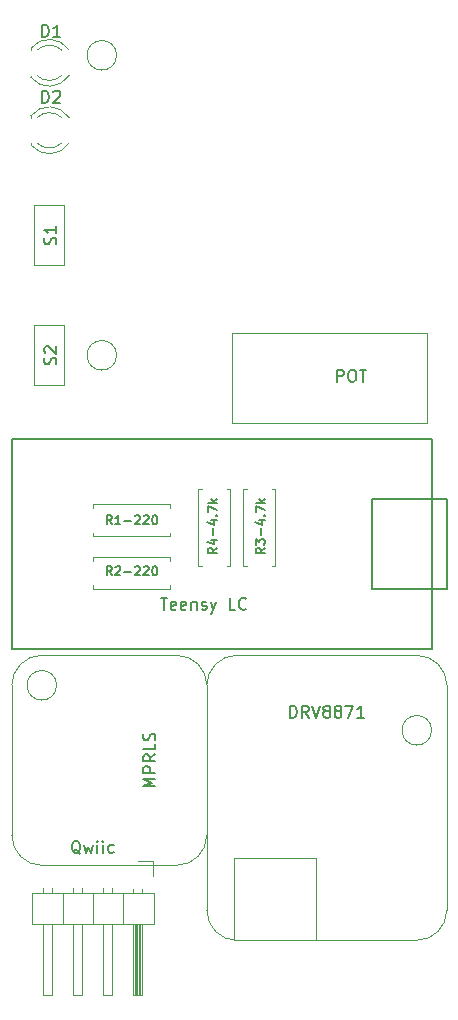
<source format=gbr>
G04 #@! TF.GenerationSoftware,KiCad,Pcbnew,(5.1.2)-2*
G04 #@! TF.CreationDate,2020-04-13T18:51:12-04:00*
G04 #@! TF.ProjectId,TeensyLC_DRV8871_MPRLS_Qwiic_v01,5465656e-7379-44c4-935f-445256383837,rev?*
G04 #@! TF.SameCoordinates,Original*
G04 #@! TF.FileFunction,Legend,Top*
G04 #@! TF.FilePolarity,Positive*
%FSLAX46Y46*%
G04 Gerber Fmt 4.6, Leading zero omitted, Abs format (unit mm)*
G04 Created by KiCad (PCBNEW (5.1.2)-2) date 2020-04-13 18:51:12*
%MOMM*%
%LPD*%
G04 APERTURE LIST*
%ADD10C,0.150000*%
%ADD11C,0.120000*%
G04 APERTURE END LIST*
D10*
X60960000Y-37540001D02*
X62230000Y-37540001D01*
X62230000Y-37540001D02*
X62230000Y-45160001D01*
X62230000Y-45160001D02*
X60960000Y-45160001D01*
X55880000Y-37540001D02*
X60960000Y-37540001D01*
X55880000Y-45160001D02*
X60960000Y-45160001D01*
X25400000Y-50240001D02*
X25400000Y-32460001D01*
X25400000Y-32460001D02*
X60960000Y-32460001D01*
X60960000Y-32460001D02*
X60960000Y-50240001D01*
X55880000Y-37540001D02*
X55880000Y-45160001D01*
X60960000Y-50240001D02*
X25400000Y-50240001D01*
D11*
X60941000Y-57150000D02*
G75*
G03X60941000Y-57150000I-1251000J0D01*
G01*
X34271000Y0D02*
G75*
G03X34271000Y0I-1251000J0D01*
G01*
X34271000Y-25400000D02*
G75*
G03X34271000Y-25400000I-1251000J0D01*
G01*
X29191000Y-53340000D02*
G75*
G03X29191000Y-53340000I-1251000J0D01*
G01*
X44450000Y-50800000D02*
X59690000Y-50800000D01*
X62230000Y-53340000D02*
X62230000Y-72390000D01*
X59690000Y-74930000D02*
X44450000Y-74930000D01*
X41910000Y-72390000D02*
X41910000Y-54610000D01*
X41910000Y-54610000D02*
X41910000Y-53340000D01*
X41910000Y-53340000D02*
G75*
G02X44450000Y-50800000I2540000J0D01*
G01*
X59690000Y-50800000D02*
G75*
G02X62230000Y-53340000I0J-2540000D01*
G01*
X62230000Y-72390000D02*
G75*
G02X59690000Y-74930000I-2540000J0D01*
G01*
X44450000Y-74930000D02*
G75*
G02X41910000Y-72390000I0J2540000D01*
G01*
X44196000Y-74930000D02*
X44196000Y-67945000D01*
X44196000Y-67945000D02*
X51181000Y-67945000D01*
X44196000Y-74930000D02*
X50419000Y-74930000D01*
X51181000Y-74930000D02*
X51181000Y-67945000D01*
X29845000Y-17780000D02*
X27305000Y-17780000D01*
X29845000Y-12700000D02*
X29845000Y-17780000D01*
X27305000Y-12700000D02*
X29845000Y-12700000D01*
X27305000Y-17780000D02*
X27305000Y-12700000D01*
X29845000Y-27940000D02*
X27305000Y-27940000D01*
X29845000Y-22860000D02*
X29845000Y-27940000D01*
X27305000Y-22860000D02*
X29845000Y-22860000D01*
X27305000Y-27940000D02*
X27305000Y-22860000D01*
X30247335Y443608D02*
G75*
G03X27015000Y600516I-1672335J-1078608D01*
G01*
X30247335Y-1713608D02*
G75*
G02X27015000Y-1870516I-1672335J1078608D01*
G01*
X29616130Y444837D02*
G75*
G03X27534039Y445000I-1041130J-1079837D01*
G01*
X29616130Y-1714837D02*
G75*
G02X27534039Y-1715000I-1041130J1079837D01*
G01*
X27015000Y601000D02*
X27015000Y445000D01*
X27015000Y-1715000D02*
X27015000Y-1871000D01*
X27015000Y-7430000D02*
X27015000Y-7586000D01*
X27015000Y-5114000D02*
X27015000Y-5270000D01*
X29616130Y-7429837D02*
G75*
G02X27534039Y-7430000I-1041130J1079837D01*
G01*
X29616130Y-5270163D02*
G75*
G03X27534039Y-5270000I-1041130J-1079837D01*
G01*
X30247335Y-7428608D02*
G75*
G02X27015000Y-7585516I-1672335J1078608D01*
G01*
X30247335Y-5271392D02*
G75*
G03X27015000Y-5114484I-1672335J-1078608D01*
G01*
X38830000Y-40740000D02*
X38830000Y-40410000D01*
X32290000Y-40740000D02*
X38830000Y-40740000D01*
X32290000Y-40410000D02*
X32290000Y-40740000D01*
X38830000Y-38000000D02*
X38830000Y-38330000D01*
X32290000Y-38000000D02*
X38830000Y-38000000D01*
X32290000Y-38330000D02*
X32290000Y-38000000D01*
X32290000Y-42775000D02*
X32290000Y-42445000D01*
X32290000Y-42445000D02*
X38830000Y-42445000D01*
X38830000Y-42445000D02*
X38830000Y-42775000D01*
X32290000Y-44855000D02*
X32290000Y-45185000D01*
X32290000Y-45185000D02*
X38830000Y-45185000D01*
X38830000Y-45185000D02*
X38830000Y-44855000D01*
X47395000Y-36735000D02*
X47725000Y-36735000D01*
X47725000Y-36735000D02*
X47725000Y-43275000D01*
X47725000Y-43275000D02*
X47395000Y-43275000D01*
X45315000Y-36735000D02*
X44985000Y-36735000D01*
X44985000Y-36735000D02*
X44985000Y-43275000D01*
X44985000Y-43275000D02*
X45315000Y-43275000D01*
X41175000Y-43275000D02*
X41505000Y-43275000D01*
X41175000Y-36735000D02*
X41175000Y-43275000D01*
X41505000Y-36735000D02*
X41175000Y-36735000D01*
X43915000Y-43275000D02*
X43585000Y-43275000D01*
X43915000Y-36735000D02*
X43915000Y-43275000D01*
X43585000Y-36735000D02*
X43915000Y-36735000D01*
X44005500Y-31115000D02*
X60515500Y-31115000D01*
X60515500Y-31115000D02*
X60515500Y-23495000D01*
X60515500Y-23495000D02*
X44005500Y-23495000D01*
X44005500Y-23495000D02*
X44005500Y-31115000D01*
X25400000Y-66040000D02*
X25400000Y-53340000D01*
X27940000Y-50800000D02*
X39370000Y-50800000D01*
X41910000Y-53340000D02*
X41910000Y-66040000D01*
X39370000Y-68580000D02*
X27940000Y-68580000D01*
X27940000Y-68580000D02*
G75*
G02X25400000Y-66040000I0J2540000D01*
G01*
X25400000Y-53340000D02*
G75*
G02X27940000Y-50800000I2540000J0D01*
G01*
X39370000Y-50800000D02*
G75*
G02X41910000Y-53340000I0J-2540000D01*
G01*
X41910000Y-66040000D02*
G75*
G02X39370000Y-68580000I-2540000J0D01*
G01*
X36450000Y-70570000D02*
X36450000Y-70900000D01*
X37400000Y-73560000D02*
X37400000Y-70900000D01*
X37340000Y-68190000D02*
X37340000Y-69460000D01*
X36150000Y-73560000D02*
X36150000Y-79560000D01*
X32260000Y-70900000D02*
X32260000Y-73560000D01*
X35690000Y-79560000D02*
X35690000Y-73560000D01*
X28830000Y-70502929D02*
X28830000Y-70900000D01*
X36270000Y-73560000D02*
X36270000Y-79560000D01*
X33910000Y-79560000D02*
X33150000Y-79560000D01*
X36070000Y-68190000D02*
X37340000Y-68190000D01*
X33150000Y-70502929D02*
X33150000Y-70900000D01*
X28070000Y-70502929D02*
X28070000Y-70900000D01*
X28830000Y-73560000D02*
X28830000Y-79560000D01*
X29720000Y-70900000D02*
X29720000Y-73560000D01*
X30610000Y-70502929D02*
X30610000Y-70900000D01*
X30610000Y-79560000D02*
X30610000Y-73560000D01*
X33910000Y-70502929D02*
X33910000Y-70900000D01*
X33910000Y-73560000D02*
X33910000Y-79560000D01*
X36030000Y-73560000D02*
X36030000Y-79560000D01*
X36390000Y-73560000D02*
X36390000Y-79560000D01*
X37400000Y-70900000D02*
X27120000Y-70900000D01*
X35690000Y-70570000D02*
X35690000Y-70900000D01*
X27120000Y-73560000D02*
X37400000Y-73560000D01*
X31370000Y-79560000D02*
X30610000Y-79560000D01*
X28070000Y-79560000D02*
X28070000Y-73560000D01*
X28830000Y-79560000D02*
X28070000Y-79560000D01*
X31370000Y-70502929D02*
X31370000Y-70900000D01*
X31370000Y-73560000D02*
X31370000Y-79560000D01*
X35910000Y-73560000D02*
X35910000Y-79560000D01*
X33150000Y-79560000D02*
X33150000Y-73560000D01*
X36450000Y-73560000D02*
X36450000Y-79560000D01*
X34800000Y-70900000D02*
X34800000Y-73560000D01*
X35790000Y-73560000D02*
X35790000Y-79560000D01*
X36450000Y-79560000D02*
X35690000Y-79560000D01*
X27120000Y-70900000D02*
X27120000Y-73560000D01*
D10*
X37989333Y-45934380D02*
X38560761Y-45934380D01*
X38275047Y-46934380D02*
X38275047Y-45934380D01*
X39275047Y-46886761D02*
X39179809Y-46934380D01*
X38989333Y-46934380D01*
X38894095Y-46886761D01*
X38846476Y-46791523D01*
X38846476Y-46410571D01*
X38894095Y-46315333D01*
X38989333Y-46267714D01*
X39179809Y-46267714D01*
X39275047Y-46315333D01*
X39322666Y-46410571D01*
X39322666Y-46505809D01*
X38846476Y-46601047D01*
X40132190Y-46886761D02*
X40036952Y-46934380D01*
X39846476Y-46934380D01*
X39751238Y-46886761D01*
X39703619Y-46791523D01*
X39703619Y-46410571D01*
X39751238Y-46315333D01*
X39846476Y-46267714D01*
X40036952Y-46267714D01*
X40132190Y-46315333D01*
X40179809Y-46410571D01*
X40179809Y-46505809D01*
X39703619Y-46601047D01*
X40608380Y-46267714D02*
X40608380Y-46934380D01*
X40608380Y-46362952D02*
X40656000Y-46315333D01*
X40751238Y-46267714D01*
X40894095Y-46267714D01*
X40989333Y-46315333D01*
X41036952Y-46410571D01*
X41036952Y-46934380D01*
X41465523Y-46886761D02*
X41560761Y-46934380D01*
X41751238Y-46934380D01*
X41846476Y-46886761D01*
X41894095Y-46791523D01*
X41894095Y-46743904D01*
X41846476Y-46648666D01*
X41751238Y-46601047D01*
X41608380Y-46601047D01*
X41513142Y-46553428D01*
X41465523Y-46458190D01*
X41465523Y-46410571D01*
X41513142Y-46315333D01*
X41608380Y-46267714D01*
X41751238Y-46267714D01*
X41846476Y-46315333D01*
X42227428Y-46267714D02*
X42465523Y-46934380D01*
X42703619Y-46267714D02*
X42465523Y-46934380D01*
X42370285Y-47172476D01*
X42322666Y-47220095D01*
X42227428Y-47267714D01*
X44322666Y-46934380D02*
X43846476Y-46934380D01*
X43846476Y-45934380D01*
X45227428Y-46839142D02*
X45179809Y-46886761D01*
X45036952Y-46934380D01*
X44941714Y-46934380D01*
X44798857Y-46886761D01*
X44703619Y-46791523D01*
X44656000Y-46696285D01*
X44608380Y-46505809D01*
X44608380Y-46362952D01*
X44656000Y-46172476D01*
X44703619Y-46077238D01*
X44798857Y-45982000D01*
X44941714Y-45934380D01*
X45036952Y-45934380D01*
X45179809Y-45982000D01*
X45227428Y-46029619D01*
X48974761Y-56078380D02*
X48974761Y-55078380D01*
X49212857Y-55078380D01*
X49355714Y-55126000D01*
X49450952Y-55221238D01*
X49498571Y-55316476D01*
X49546190Y-55506952D01*
X49546190Y-55649809D01*
X49498571Y-55840285D01*
X49450952Y-55935523D01*
X49355714Y-56030761D01*
X49212857Y-56078380D01*
X48974761Y-56078380D01*
X50546190Y-56078380D02*
X50212857Y-55602190D01*
X49974761Y-56078380D02*
X49974761Y-55078380D01*
X50355714Y-55078380D01*
X50450952Y-55126000D01*
X50498571Y-55173619D01*
X50546190Y-55268857D01*
X50546190Y-55411714D01*
X50498571Y-55506952D01*
X50450952Y-55554571D01*
X50355714Y-55602190D01*
X49974761Y-55602190D01*
X50831904Y-55078380D02*
X51165238Y-56078380D01*
X51498571Y-55078380D01*
X51974761Y-55506952D02*
X51879523Y-55459333D01*
X51831904Y-55411714D01*
X51784285Y-55316476D01*
X51784285Y-55268857D01*
X51831904Y-55173619D01*
X51879523Y-55126000D01*
X51974761Y-55078380D01*
X52165238Y-55078380D01*
X52260476Y-55126000D01*
X52308095Y-55173619D01*
X52355714Y-55268857D01*
X52355714Y-55316476D01*
X52308095Y-55411714D01*
X52260476Y-55459333D01*
X52165238Y-55506952D01*
X51974761Y-55506952D01*
X51879523Y-55554571D01*
X51831904Y-55602190D01*
X51784285Y-55697428D01*
X51784285Y-55887904D01*
X51831904Y-55983142D01*
X51879523Y-56030761D01*
X51974761Y-56078380D01*
X52165238Y-56078380D01*
X52260476Y-56030761D01*
X52308095Y-55983142D01*
X52355714Y-55887904D01*
X52355714Y-55697428D01*
X52308095Y-55602190D01*
X52260476Y-55554571D01*
X52165238Y-55506952D01*
X52927142Y-55506952D02*
X52831904Y-55459333D01*
X52784285Y-55411714D01*
X52736666Y-55316476D01*
X52736666Y-55268857D01*
X52784285Y-55173619D01*
X52831904Y-55126000D01*
X52927142Y-55078380D01*
X53117619Y-55078380D01*
X53212857Y-55126000D01*
X53260476Y-55173619D01*
X53308095Y-55268857D01*
X53308095Y-55316476D01*
X53260476Y-55411714D01*
X53212857Y-55459333D01*
X53117619Y-55506952D01*
X52927142Y-55506952D01*
X52831904Y-55554571D01*
X52784285Y-55602190D01*
X52736666Y-55697428D01*
X52736666Y-55887904D01*
X52784285Y-55983142D01*
X52831904Y-56030761D01*
X52927142Y-56078380D01*
X53117619Y-56078380D01*
X53212857Y-56030761D01*
X53260476Y-55983142D01*
X53308095Y-55887904D01*
X53308095Y-55697428D01*
X53260476Y-55602190D01*
X53212857Y-55554571D01*
X53117619Y-55506952D01*
X53641428Y-55078380D02*
X54308095Y-55078380D01*
X53879523Y-56078380D01*
X55212857Y-56078380D02*
X54641428Y-56078380D01*
X54927142Y-56078380D02*
X54927142Y-55078380D01*
X54831904Y-55221238D01*
X54736666Y-55316476D01*
X54641428Y-55364095D01*
X29106761Y-16001904D02*
X29154380Y-15859047D01*
X29154380Y-15620952D01*
X29106761Y-15525714D01*
X29059142Y-15478095D01*
X28963904Y-15430476D01*
X28868666Y-15430476D01*
X28773428Y-15478095D01*
X28725809Y-15525714D01*
X28678190Y-15620952D01*
X28630571Y-15811428D01*
X28582952Y-15906666D01*
X28535333Y-15954285D01*
X28440095Y-16001904D01*
X28344857Y-16001904D01*
X28249619Y-15954285D01*
X28202000Y-15906666D01*
X28154380Y-15811428D01*
X28154380Y-15573333D01*
X28202000Y-15430476D01*
X29154380Y-14478095D02*
X29154380Y-15049523D01*
X29154380Y-14763809D02*
X28154380Y-14763809D01*
X28297238Y-14859047D01*
X28392476Y-14954285D01*
X28440095Y-15049523D01*
X29106761Y-26161904D02*
X29154380Y-26019047D01*
X29154380Y-25780952D01*
X29106761Y-25685714D01*
X29059142Y-25638095D01*
X28963904Y-25590476D01*
X28868666Y-25590476D01*
X28773428Y-25638095D01*
X28725809Y-25685714D01*
X28678190Y-25780952D01*
X28630571Y-25971428D01*
X28582952Y-26066666D01*
X28535333Y-26114285D01*
X28440095Y-26161904D01*
X28344857Y-26161904D01*
X28249619Y-26114285D01*
X28202000Y-26066666D01*
X28154380Y-25971428D01*
X28154380Y-25733333D01*
X28202000Y-25590476D01*
X28249619Y-25209523D02*
X28202000Y-25161904D01*
X28154380Y-25066666D01*
X28154380Y-24828571D01*
X28202000Y-24733333D01*
X28249619Y-24685714D01*
X28344857Y-24638095D01*
X28440095Y-24638095D01*
X28582952Y-24685714D01*
X29154380Y-25257142D01*
X29154380Y-24638095D01*
X27963904Y1579619D02*
X27963904Y2579619D01*
X28202000Y2579619D01*
X28344857Y2532000D01*
X28440095Y2436761D01*
X28487714Y2341523D01*
X28535333Y2151047D01*
X28535333Y2008190D01*
X28487714Y1817714D01*
X28440095Y1722476D01*
X28344857Y1627238D01*
X28202000Y1579619D01*
X27963904Y1579619D01*
X29487714Y1579619D02*
X28916285Y1579619D01*
X29202000Y1579619D02*
X29202000Y2579619D01*
X29106761Y2436761D01*
X29011523Y2341523D01*
X28916285Y2293904D01*
X27963904Y-4008380D02*
X27963904Y-3008380D01*
X28202000Y-3008380D01*
X28344857Y-3056000D01*
X28440095Y-3151238D01*
X28487714Y-3246476D01*
X28535333Y-3436952D01*
X28535333Y-3579809D01*
X28487714Y-3770285D01*
X28440095Y-3865523D01*
X28344857Y-3960761D01*
X28202000Y-4008380D01*
X27963904Y-4008380D01*
X28916285Y-3103619D02*
X28963904Y-3056000D01*
X29059142Y-3008380D01*
X29297238Y-3008380D01*
X29392476Y-3056000D01*
X29440095Y-3103619D01*
X29487714Y-3198857D01*
X29487714Y-3294095D01*
X29440095Y-3436952D01*
X28868666Y-4008380D01*
X29487714Y-4008380D01*
X33872714Y-39714714D02*
X33618714Y-39351857D01*
X33437285Y-39714714D02*
X33437285Y-38952714D01*
X33727571Y-38952714D01*
X33800142Y-38989000D01*
X33836428Y-39025285D01*
X33872714Y-39097857D01*
X33872714Y-39206714D01*
X33836428Y-39279285D01*
X33800142Y-39315571D01*
X33727571Y-39351857D01*
X33437285Y-39351857D01*
X34598428Y-39714714D02*
X34163000Y-39714714D01*
X34380714Y-39714714D02*
X34380714Y-38952714D01*
X34308142Y-39061571D01*
X34235571Y-39134142D01*
X34163000Y-39170428D01*
X34925000Y-39424428D02*
X35505571Y-39424428D01*
X35832142Y-39025285D02*
X35868428Y-38989000D01*
X35941000Y-38952714D01*
X36122428Y-38952714D01*
X36195000Y-38989000D01*
X36231285Y-39025285D01*
X36267571Y-39097857D01*
X36267571Y-39170428D01*
X36231285Y-39279285D01*
X35795857Y-39714714D01*
X36267571Y-39714714D01*
X36557857Y-39025285D02*
X36594142Y-38989000D01*
X36666714Y-38952714D01*
X36848142Y-38952714D01*
X36920714Y-38989000D01*
X36957000Y-39025285D01*
X36993285Y-39097857D01*
X36993285Y-39170428D01*
X36957000Y-39279285D01*
X36521571Y-39714714D01*
X36993285Y-39714714D01*
X37465000Y-38952714D02*
X37537571Y-38952714D01*
X37610142Y-38989000D01*
X37646428Y-39025285D01*
X37682714Y-39097857D01*
X37719000Y-39243000D01*
X37719000Y-39424428D01*
X37682714Y-39569571D01*
X37646428Y-39642142D01*
X37610142Y-39678428D01*
X37537571Y-39714714D01*
X37465000Y-39714714D01*
X37392428Y-39678428D01*
X37356142Y-39642142D01*
X37319857Y-39569571D01*
X37283571Y-39424428D01*
X37283571Y-39243000D01*
X37319857Y-39097857D01*
X37356142Y-39025285D01*
X37392428Y-38989000D01*
X37465000Y-38952714D01*
X33872714Y-44032714D02*
X33618714Y-43669857D01*
X33437285Y-44032714D02*
X33437285Y-43270714D01*
X33727571Y-43270714D01*
X33800142Y-43307000D01*
X33836428Y-43343285D01*
X33872714Y-43415857D01*
X33872714Y-43524714D01*
X33836428Y-43597285D01*
X33800142Y-43633571D01*
X33727571Y-43669857D01*
X33437285Y-43669857D01*
X34163000Y-43343285D02*
X34199285Y-43307000D01*
X34271857Y-43270714D01*
X34453285Y-43270714D01*
X34525857Y-43307000D01*
X34562142Y-43343285D01*
X34598428Y-43415857D01*
X34598428Y-43488428D01*
X34562142Y-43597285D01*
X34126714Y-44032714D01*
X34598428Y-44032714D01*
X34925000Y-43742428D02*
X35505571Y-43742428D01*
X35832142Y-43343285D02*
X35868428Y-43307000D01*
X35941000Y-43270714D01*
X36122428Y-43270714D01*
X36195000Y-43307000D01*
X36231285Y-43343285D01*
X36267571Y-43415857D01*
X36267571Y-43488428D01*
X36231285Y-43597285D01*
X35795857Y-44032714D01*
X36267571Y-44032714D01*
X36557857Y-43343285D02*
X36594142Y-43307000D01*
X36666714Y-43270714D01*
X36848142Y-43270714D01*
X36920714Y-43307000D01*
X36957000Y-43343285D01*
X36993285Y-43415857D01*
X36993285Y-43488428D01*
X36957000Y-43597285D01*
X36521571Y-44032714D01*
X36993285Y-44032714D01*
X37465000Y-43270714D02*
X37537571Y-43270714D01*
X37610142Y-43307000D01*
X37646428Y-43343285D01*
X37682714Y-43415857D01*
X37719000Y-43561000D01*
X37719000Y-43742428D01*
X37682714Y-43887571D01*
X37646428Y-43960142D01*
X37610142Y-43996428D01*
X37537571Y-44032714D01*
X37465000Y-44032714D01*
X37392428Y-43996428D01*
X37356142Y-43960142D01*
X37319857Y-43887571D01*
X37283571Y-43742428D01*
X37283571Y-43561000D01*
X37319857Y-43415857D01*
X37356142Y-43343285D01*
X37392428Y-43307000D01*
X37465000Y-43270714D01*
X46826714Y-41692285D02*
X46463857Y-41946285D01*
X46826714Y-42127714D02*
X46064714Y-42127714D01*
X46064714Y-41837428D01*
X46101000Y-41764857D01*
X46137285Y-41728571D01*
X46209857Y-41692285D01*
X46318714Y-41692285D01*
X46391285Y-41728571D01*
X46427571Y-41764857D01*
X46463857Y-41837428D01*
X46463857Y-42127714D01*
X46064714Y-41438285D02*
X46064714Y-40966571D01*
X46355000Y-41220571D01*
X46355000Y-41111714D01*
X46391285Y-41039142D01*
X46427571Y-41002857D01*
X46500142Y-40966571D01*
X46681571Y-40966571D01*
X46754142Y-41002857D01*
X46790428Y-41039142D01*
X46826714Y-41111714D01*
X46826714Y-41329428D01*
X46790428Y-41402000D01*
X46754142Y-41438285D01*
X46536428Y-40640000D02*
X46536428Y-40059428D01*
X46318714Y-39370000D02*
X46826714Y-39370000D01*
X46028428Y-39551428D02*
X46572714Y-39732857D01*
X46572714Y-39261142D01*
X46754142Y-38970857D02*
X46790428Y-38934571D01*
X46826714Y-38970857D01*
X46790428Y-39007142D01*
X46754142Y-38970857D01*
X46826714Y-38970857D01*
X46064714Y-38680571D02*
X46064714Y-38172571D01*
X46826714Y-38499142D01*
X46826714Y-37882285D02*
X46064714Y-37882285D01*
X46536428Y-37809714D02*
X46826714Y-37592000D01*
X46318714Y-37592000D02*
X46609000Y-37882285D01*
X42762714Y-41692285D02*
X42399857Y-41946285D01*
X42762714Y-42127714D02*
X42000714Y-42127714D01*
X42000714Y-41837428D01*
X42037000Y-41764857D01*
X42073285Y-41728571D01*
X42145857Y-41692285D01*
X42254714Y-41692285D01*
X42327285Y-41728571D01*
X42363571Y-41764857D01*
X42399857Y-41837428D01*
X42399857Y-42127714D01*
X42254714Y-41039142D02*
X42762714Y-41039142D01*
X41964428Y-41220571D02*
X42508714Y-41402000D01*
X42508714Y-40930285D01*
X42472428Y-40640000D02*
X42472428Y-40059428D01*
X42254714Y-39370000D02*
X42762714Y-39370000D01*
X41964428Y-39551428D02*
X42508714Y-39732857D01*
X42508714Y-39261142D01*
X42690142Y-38970857D02*
X42726428Y-38934571D01*
X42762714Y-38970857D01*
X42726428Y-39007142D01*
X42690142Y-38970857D01*
X42762714Y-38970857D01*
X42000714Y-38680571D02*
X42000714Y-38172571D01*
X42762714Y-38499142D01*
X42762714Y-37882285D02*
X42000714Y-37882285D01*
X42472428Y-37809714D02*
X42762714Y-37592000D01*
X42254714Y-37592000D02*
X42545000Y-37882285D01*
X52935333Y-27630380D02*
X52935333Y-26630380D01*
X53316285Y-26630380D01*
X53411523Y-26678000D01*
X53459142Y-26725619D01*
X53506761Y-26820857D01*
X53506761Y-26963714D01*
X53459142Y-27058952D01*
X53411523Y-27106571D01*
X53316285Y-27154190D01*
X52935333Y-27154190D01*
X54125809Y-26630380D02*
X54316285Y-26630380D01*
X54411523Y-26678000D01*
X54506761Y-26773238D01*
X54554380Y-26963714D01*
X54554380Y-27297047D01*
X54506761Y-27487523D01*
X54411523Y-27582761D01*
X54316285Y-27630380D01*
X54125809Y-27630380D01*
X54030571Y-27582761D01*
X53935333Y-27487523D01*
X53887714Y-27297047D01*
X53887714Y-26963714D01*
X53935333Y-26773238D01*
X54030571Y-26678000D01*
X54125809Y-26630380D01*
X54840095Y-26630380D02*
X55411523Y-26630380D01*
X55125809Y-27630380D02*
X55125809Y-26630380D01*
X37536380Y-61904285D02*
X36536380Y-61904285D01*
X37250666Y-61570952D01*
X36536380Y-61237619D01*
X37536380Y-61237619D01*
X37536380Y-60761428D02*
X36536380Y-60761428D01*
X36536380Y-60380476D01*
X36584000Y-60285238D01*
X36631619Y-60237619D01*
X36726857Y-60190000D01*
X36869714Y-60190000D01*
X36964952Y-60237619D01*
X37012571Y-60285238D01*
X37060190Y-60380476D01*
X37060190Y-60761428D01*
X37536380Y-59190000D02*
X37060190Y-59523333D01*
X37536380Y-59761428D02*
X36536380Y-59761428D01*
X36536380Y-59380476D01*
X36584000Y-59285238D01*
X36631619Y-59237619D01*
X36726857Y-59190000D01*
X36869714Y-59190000D01*
X36964952Y-59237619D01*
X37012571Y-59285238D01*
X37060190Y-59380476D01*
X37060190Y-59761428D01*
X37536380Y-58285238D02*
X37536380Y-58761428D01*
X36536380Y-58761428D01*
X37488761Y-57999523D02*
X37536380Y-57856666D01*
X37536380Y-57618571D01*
X37488761Y-57523333D01*
X37441142Y-57475714D01*
X37345904Y-57428095D01*
X37250666Y-57428095D01*
X37155428Y-57475714D01*
X37107809Y-57523333D01*
X37060190Y-57618571D01*
X37012571Y-57809047D01*
X36964952Y-57904285D01*
X36917333Y-57951904D01*
X36822095Y-57999523D01*
X36726857Y-57999523D01*
X36631619Y-57951904D01*
X36584000Y-57904285D01*
X36536380Y-57809047D01*
X36536380Y-57570952D01*
X36584000Y-57428095D01*
X31210380Y-67603619D02*
X31115142Y-67556000D01*
X31019904Y-67460761D01*
X30877047Y-67317904D01*
X30781809Y-67270285D01*
X30686571Y-67270285D01*
X30734190Y-67508380D02*
X30638952Y-67460761D01*
X30543714Y-67365523D01*
X30496095Y-67175047D01*
X30496095Y-66841714D01*
X30543714Y-66651238D01*
X30638952Y-66556000D01*
X30734190Y-66508380D01*
X30924666Y-66508380D01*
X31019904Y-66556000D01*
X31115142Y-66651238D01*
X31162761Y-66841714D01*
X31162761Y-67175047D01*
X31115142Y-67365523D01*
X31019904Y-67460761D01*
X30924666Y-67508380D01*
X30734190Y-67508380D01*
X31496095Y-66841714D02*
X31686571Y-67508380D01*
X31877047Y-67032190D01*
X32067523Y-67508380D01*
X32258000Y-66841714D01*
X32638952Y-67508380D02*
X32638952Y-66841714D01*
X32638952Y-66508380D02*
X32591333Y-66556000D01*
X32638952Y-66603619D01*
X32686571Y-66556000D01*
X32638952Y-66508380D01*
X32638952Y-66603619D01*
X33115142Y-67508380D02*
X33115142Y-66841714D01*
X33115142Y-66508380D02*
X33067523Y-66556000D01*
X33115142Y-66603619D01*
X33162761Y-66556000D01*
X33115142Y-66508380D01*
X33115142Y-66603619D01*
X34019904Y-67460761D02*
X33924666Y-67508380D01*
X33734190Y-67508380D01*
X33638952Y-67460761D01*
X33591333Y-67413142D01*
X33543714Y-67317904D01*
X33543714Y-67032190D01*
X33591333Y-66936952D01*
X33638952Y-66889333D01*
X33734190Y-66841714D01*
X33924666Y-66841714D01*
X34019904Y-66889333D01*
M02*

</source>
